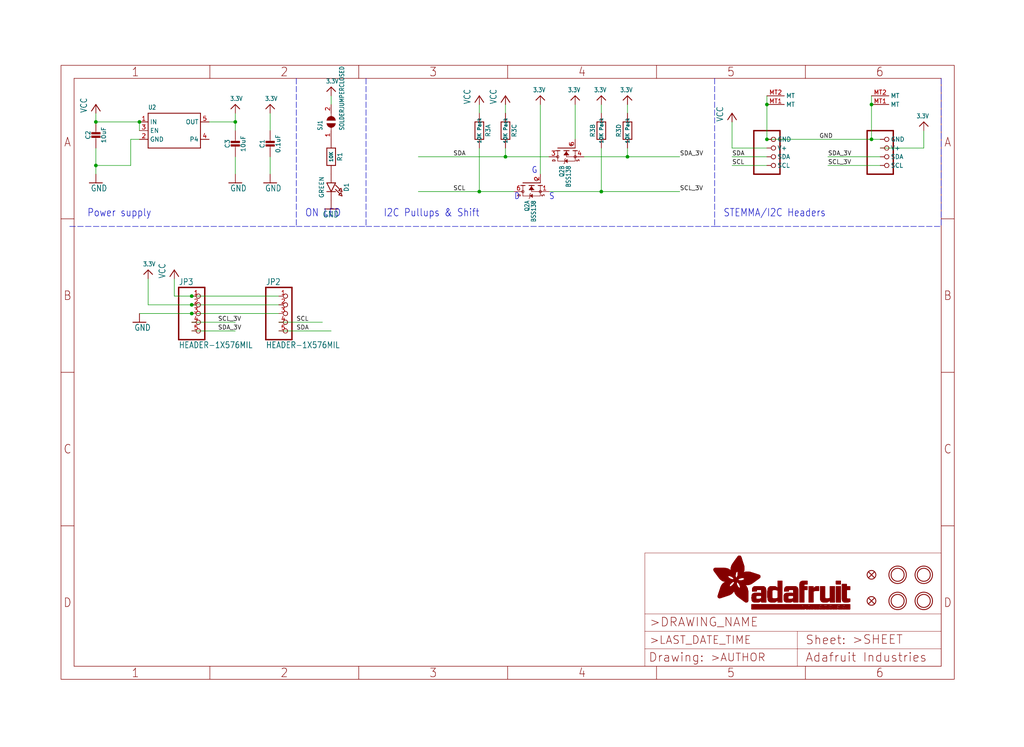
<source format=kicad_sch>
(kicad_sch (version 20211123) (generator eeschema)
  (paper "User" 298.45 217.881)
  (lib_symbols
    (symbol "eagleSchem-eagle-import:3.3V" (power)
      (property "Value" "3.3V" (at -1.524 1.016 0))
      (symbol "3.3V_1_0"
        (pin power_in line (at 0 -2.54 90) (length 2.54) (name "3.3V") (number "1"))
      )
    )
    (symbol "eagleSchem-eagle-import:CAP_CERAMIC0603_NO"
      (property "Reference" "C" (at -2.29 1.25 90))
      (property "Value" "CAP_CERAMIC0603_NO" (at 2.3 1.25 90))
      (symbol "CAP_CERAMIC0603_NO_1_0"
        (pin passive line (at 0 5.08 270) (length 2.54) (name "1") (number "1"))
        (pin passive line (at 0 -2.54 90) (length 2.54) (name "2") (number "2"))
      )
    )
    (symbol "eagleSchem-eagle-import:CAP_CERAMIC0805-NOOUTLINE"
      (property "Reference" "C" (at -2.29 1.25 90))
      (property "Value" "CAP_CERAMIC0805-NOOUTLINE" (at 2.3 1.25 90))
      (symbol "CAP_CERAMIC0805-NOOUTLINE_1_0"
        (pin passive line (at 0 5.08 270) (length 2.54) (name "1") (number "1"))
        (pin passive line (at 0 -2.54 90) (length 2.54) (name "2") (number "2"))
      )
    )
    (symbol "eagleSchem-eagle-import:FIDUCIAL_1MM")
    (symbol "eagleSchem-eagle-import:FRAME_A4_ADAFRUIT"
      (symbol "FRAME_A4_ADAFRUIT_0_0"
        (text "1" (at 21.6958 1.905 0) (effects (font (size 2.54 2.286))))
        (text "1" (at 21.6958 177.165 0) (effects (font (size 2.54 2.286))))
        (text "2" (at 65.0875 1.905 0) (effects (font (size 2.54 2.286))))
        (text "2" (at 65.0875 177.165 0) (effects (font (size 2.54 2.286))))
        (text "3" (at 108.4792 1.905 0) (effects (font (size 2.54 2.286))))
        (text "3" (at 108.4792 177.165 0) (effects (font (size 2.54 2.286))))
        (text "4" (at 151.8708 1.905 0) (effects (font (size 2.54 2.286))))
        (text "4" (at 151.8708 177.165 0) (effects (font (size 2.54 2.286))))
        (text "5" (at 195.2625 1.905 0) (effects (font (size 2.54 2.286))))
        (text "5" (at 195.2625 177.165 0) (effects (font (size 2.54 2.286))))
        (text "6" (at 238.6542 1.905 0) (effects (font (size 2.54 2.286))))
        (text "6" (at 238.6542 177.165 0) (effects (font (size 2.54 2.286))))
        (text "A" (at 1.905 156.6863 0) (effects (font (size 2.54 2.286))))
        (text "A" (at 258.445 156.6863 0) (effects (font (size 2.54 2.286))))
        (text "B" (at 1.905 111.9188 0) (effects (font (size 2.54 2.286))))
        (text "B" (at 258.445 111.9188 0) (effects (font (size 2.54 2.286))))
        (text "C" (at 1.905 67.1513 0) (effects (font (size 2.54 2.286))))
        (text "C" (at 258.445 67.1513 0) (effects (font (size 2.54 2.286))))
        (text "D" (at 1.905 22.3838 0) (effects (font (size 2.54 2.286))))
        (text "D" (at 258.445 22.3838 0) (effects (font (size 2.54 2.286))))
      )
      (symbol "FRAME_A4_ADAFRUIT_1_0"
        (text ">AUTHOR" (at 189.23 5.08 0) (effects (font (size 2.286 2.286)) (justify left bottom)))
        (text ">DRAWING_NAME" (at 171.45 15.24 0) (effects (font (size 2.54 2.54)) (justify left bottom)))
        (text ">LAST_DATE_TIME" (at 171.45 10.16 0) (effects (font (size 2.286 2.286)) (justify left bottom)))
        (text ">SHEET" (at 230.505 10.16 0) (effects (font (size 2.54 2.54)) (justify left bottom)))
        (text "Adafruit Industries" (at 216.916 4.953 0) (effects (font (size 2.54 2.54)) (justify left bottom)))
        (text "Drawing:" (at 171.196 4.953 0) (effects (font (size 2.54 2.54)) (justify left bottom)))
        (text "Sheet:" (at 216.916 10.033 0) (effects (font (size 2.54 2.54)) (justify left bottom)))
      )
    )
    (symbol "eagleSchem-eagle-import:GND" (power)
      (property "Value" "GND" (at -2.54 -2.54 0))
      (symbol "GND_1_0"
        (pin power_in line (at 0 2.54 270) (length 2.54) (name "GND") (number "1"))
      )
    )
    (symbol "eagleSchem-eagle-import:HEADER-1X576MIL"
      (property "Reference" "JP" (at -6.35 8.255 0))
      (property "Value" "HEADER-1X576MIL" (at -6.35 -10.16 0))
      (symbol "HEADER-1X576MIL_1_0"
        (pin passive inverted (at -2.54 5.08 0) (length 2.54) (name "1") (number "1"))
        (pin passive inverted (at -2.54 2.54 0) (length 2.54) (name "2") (number "2"))
        (pin passive inverted (at -2.54 0 0) (length 2.54) (name "3") (number "3"))
        (pin passive inverted (at -2.54 -2.54 0) (length 2.54) (name "4") (number "4"))
        (pin passive inverted (at -2.54 -5.08 0) (length 2.54) (name "5") (number "5"))
      )
    )
    (symbol "eagleSchem-eagle-import:LED0603_NOOUTLINE"
      (property "Reference" "D" (at -1.27 4.445 0))
      (property "Value" "LED0603_NOOUTLINE" (at -1.27 -2.794 0))
      (symbol "LED0603_NOOUTLINE_1_0"
        (pin passive line (at -5.08 0 0) (length 2.54) (name "A") (number "A"))
        (pin passive line (at 2.54 0 180) (length 2.54) (name "C") (number "C"))
      )
    )
    (symbol "eagleSchem-eagle-import:MOSFET-N_DUAL"
      (property "Reference" "Q" (at 5.08 0.635 0))
      (property "Value" "MOSFET-N_DUAL" (at 5.08 -1.27 0))
      (symbol "MOSFET-N_DUAL_1_0"
        (text "D" (at 3.175 3.175 0) (effects (font (size 0.8128 0.6908)) (justify left bottom)))
        (text "G" (at -1.27 -1.905 0) (effects (font (size 0.8128 0.6908)) (justify left bottom)))
        (text "S" (at 3.175 -3.81 0) (effects (font (size 0.8128 0.6908)) (justify left bottom)))
        (pin bidirectional line (at 2.54 -5.08 90) (length 2.54) (name "S") (number "1"))
        (pin bidirectional line (at -2.54 -2.54 0) (length 2.54) (name "G") (number "2"))
        (pin bidirectional line (at 2.54 5.08 270) (length 2.54) (name "D") (number "6"))
      )
      (symbol "MOSFET-N_DUAL_2_0"
        (text "D" (at 3.175 3.175 0) (effects (font (size 0.8128 0.6908)) (justify left bottom)))
        (text "G" (at -1.27 -1.905 0) (effects (font (size 0.8128 0.6908)) (justify left bottom)))
        (text "S" (at 3.175 -3.81 0) (effects (font (size 0.8128 0.6908)) (justify left bottom)))
        (pin bidirectional line (at 2.54 5.08 270) (length 2.54) (name "D") (number "3"))
        (pin bidirectional line (at 2.54 -5.08 90) (length 2.54) (name "S") (number "4"))
        (pin bidirectional line (at -2.54 -2.54 0) (length 2.54) (name "G") (number "5"))
      )
    )
    (symbol "eagleSchem-eagle-import:MOUNTINGHOLE2.5")
    (symbol "eagleSchem-eagle-import:RESISTOR_0603_NOOUT"
      (property "Reference" "R" (at 0 2.54 0))
      (property "Value" "RESISTOR_0603_NOOUT" (at 0 0 0))
      (symbol "RESISTOR_0603_NOOUT_1_0"
        (pin passive line (at -5.08 0 0) (length 2.54) (name "1") (number "1"))
        (pin passive line (at 5.08 0 180) (length 2.54) (name "2") (number "2"))
      )
    )
    (symbol "eagleSchem-eagle-import:RESISTOR_4PACK"
      (property "Reference" "R" (at 0 2.54 0))
      (property "Value" "RESISTOR_4PACK" (at 0 0 0))
      (symbol "RESISTOR_4PACK_1_0"
        (pin passive line (at -5.08 0 0) (length 2.54) (name "1") (number "1"))
        (pin passive line (at 5.08 0 180) (length 2.54) (name "2") (number "8"))
      )
      (symbol "RESISTOR_4PACK_2_0"
        (pin passive line (at -5.08 0 0) (length 2.54) (name "1") (number "2"))
        (pin passive line (at 5.08 0 180) (length 2.54) (name "2") (number "7"))
      )
      (symbol "RESISTOR_4PACK_3_0"
        (pin passive line (at -5.08 0 0) (length 2.54) (name "1") (number "3"))
        (pin passive line (at 5.08 0 180) (length 2.54) (name "2") (number "6"))
      )
      (symbol "RESISTOR_4PACK_4_0"
        (pin passive line (at -5.08 0 0) (length 2.54) (name "1") (number "4"))
        (pin passive line (at 5.08 0 180) (length 2.54) (name "2") (number "5"))
      )
    )
    (symbol "eagleSchem-eagle-import:SOLDERJUMPERCLOSED"
      (property "Reference" "SJ" (at -2.54 2.54 0))
      (property "Value" "SOLDERJUMPERCLOSED" (at -2.54 -3.81 0))
      (symbol "SOLDERJUMPERCLOSED_1_0"
        (pin passive line (at -5.08 0 0) (length 2.54) (name "1") (number "1"))
        (pin passive line (at 5.08 0 180) (length 2.54) (name "2") (number "2"))
      )
    )
    (symbol "eagleSchem-eagle-import:STEMMA_I2C_QT"
      (symbol "STEMMA_I2C_QT_1_0"
        (pin passive inverted (at 0 5.08 0) (length 2.54) (name "GND") (number "1"))
        (pin passive inverted (at 0 2.54 0) (length 2.54) (name "V+") (number "2"))
        (pin passive inverted (at 0 0 0) (length 2.54) (name "SDA") (number "3"))
        (pin passive inverted (at 0 -2.54 0) (length 2.54) (name "SCL") (number "4"))
      )
      (symbol "STEMMA_I2C_QT_2_0"
        (pin bidirectional line (at 0 0 0) (length 5.08) (name "MT") (number "MT1"))
      )
      (symbol "STEMMA_I2C_QT_3_0"
        (pin bidirectional line (at 0 0 0) (length 5.08) (name "MT") (number "MT2"))
      )
    )
    (symbol "eagleSchem-eagle-import:VCC" (power)
      (property "Value" "VCC" (at -2.54 -2.54 90))
      (symbol "VCC_1_0"
        (pin power_in line (at 0 -2.54 90) (length 2.54) (name "VCC") (number "1"))
      )
    )
    (symbol "eagleSchem-eagle-import:VREG_SOT23-5"
      (property "Reference" "U" (at -7.62 6.096 0))
      (property "Value" "VREG_SOT23-5" (at -7.62 -7.62 0))
      (symbol "VREG_SOT23-5_1_0"
        (pin power_in line (at -10.16 2.54 0) (length 2.54) (name "IN") (number "1"))
        (pin power_in line (at -10.16 -2.54 0) (length 2.54) (name "GND") (number "2"))
        (pin input line (at -10.16 0 0) (length 2.54) (name "EN") (number "3"))
        (pin bidirectional line (at 10.16 -2.54 180) (length 2.54) (name "P4") (number "4"))
        (pin power_in line (at 10.16 2.54 180) (length 2.54) (name "OUT") (number "5"))
      )
    )
  )
  (junction (at 27.94 35.56))
  (junction (at 175.26 55.88))
  (junction (at 55.88 88.9))
  (junction (at 55.88 91.44))
  (junction (at 68.58 35.56))
  (junction (at 223.52 40.64))
  (junction (at 182.88 45.72))
  (junction (at 223.52 30.48))
  (junction (at 254 30.48))
  (junction (at 254 40.64))
  (junction (at 27.94 48.26))
  (junction (at 40.64 35.56))
  (junction (at 139.7 55.88))
  (junction (at 55.88 86.36))
  (junction (at 147.32 45.72))
  (wire (pts (xy 160.02 55.88) (xy 175.26 55.88)))
  (wire (pts (xy 241.3 48.26) (xy 256.54 48.26)))
  (wire (pts (xy 81.28 93.98) (xy 93.98 93.98)))
  (wire (pts (xy 68.58 96.52) (xy 55.88 96.52)))
  (polyline (pts (xy 86.36 66.04) (xy 106.68 66.04)))
  (wire (pts (xy 27.94 48.26) (xy 27.94 50.8)))
  (wire (pts (xy 269.24 43.18) (xy 269.24 38.1)))
  (wire (pts (xy 50.8 86.36) (xy 50.8 81.28)))
  (wire (pts (xy 43.18 88.9) (xy 43.18 81.28)))
  (wire (pts (xy 55.88 86.36) (xy 50.8 86.36)))
  (wire (pts (xy 170.18 45.72) (xy 182.88 45.72)))
  (wire (pts (xy 254 40.64) (xy 223.52 40.64)))
  (wire (pts (xy 147.32 45.72) (xy 121.92 45.72)))
  (wire (pts (xy 256.54 43.18) (xy 269.24 43.18)))
  (wire (pts (xy 182.88 33.02) (xy 182.88 30.48)))
  (wire (pts (xy 40.64 40.64) (xy 38.1 40.64)))
  (wire (pts (xy 60.96 35.56) (xy 68.58 35.56)))
  (wire (pts (xy 256.54 40.64) (xy 254 40.64)))
  (wire (pts (xy 55.88 88.9) (xy 81.28 88.9)))
  (wire (pts (xy 55.88 91.44) (xy 40.64 91.44)))
  (polyline (pts (xy 274.32 22.86) (xy 274.32 66.04)))
  (wire (pts (xy 223.52 43.18) (xy 213.36 43.18)))
  (wire (pts (xy 68.58 35.56) (xy 68.58 33.02)))
  (wire (pts (xy 182.88 43.18) (xy 182.88 45.72)))
  (polyline (pts (xy 20.32 66.04) (xy 86.36 66.04)))
  (polyline (pts (xy 208.28 22.86) (xy 208.28 66.04)))
  (wire (pts (xy 147.32 43.18) (xy 147.32 45.72)))
  (wire (pts (xy 78.74 33.02) (xy 78.74 38.1)))
  (polyline (pts (xy 208.28 66.04) (xy 274.32 66.04)))
  (polyline (pts (xy 86.36 22.86) (xy 86.36 66.04)))
  (wire (pts (xy 38.1 48.26) (xy 27.94 48.26)))
  (wire (pts (xy 254 30.48) (xy 254 40.64)))
  (wire (pts (xy 96.52 30.48) (xy 96.52 27.94)))
  (wire (pts (xy 27.94 33.02) (xy 27.94 35.56)))
  (wire (pts (xy 149.86 55.88) (xy 139.7 55.88)))
  (wire (pts (xy 68.58 35.56) (xy 68.58 38.1)))
  (wire (pts (xy 213.36 43.18) (xy 213.36 35.56)))
  (wire (pts (xy 55.88 88.9) (xy 43.18 88.9)))
  (wire (pts (xy 68.58 45.72) (xy 68.58 50.8)))
  (wire (pts (xy 223.52 27.94) (xy 223.52 30.48)))
  (wire (pts (xy 160.02 45.72) (xy 147.32 45.72)))
  (wire (pts (xy 139.7 55.88) (xy 121.92 55.88)))
  (wire (pts (xy 254 27.94) (xy 254 30.48)))
  (wire (pts (xy 55.88 91.44) (xy 81.28 91.44)))
  (wire (pts (xy 213.36 48.26) (xy 223.52 48.26)))
  (wire (pts (xy 256.54 45.72) (xy 241.3 45.72)))
  (wire (pts (xy 55.88 86.36) (xy 81.28 86.36)))
  (wire (pts (xy 175.26 43.18) (xy 175.26 55.88)))
  (wire (pts (xy 38.1 40.64) (xy 38.1 48.26)))
  (wire (pts (xy 55.88 93.98) (xy 68.58 93.98)))
  (wire (pts (xy 175.26 55.88) (xy 198.12 55.88)))
  (wire (pts (xy 175.26 33.02) (xy 175.26 30.48)))
  (wire (pts (xy 182.88 45.72) (xy 198.12 45.72)))
  (wire (pts (xy 139.7 43.18) (xy 139.7 55.88)))
  (wire (pts (xy 147.32 33.02) (xy 147.32 30.48)))
  (polyline (pts (xy 106.68 66.04) (xy 208.28 66.04)))
  (wire (pts (xy 167.64 40.64) (xy 167.64 30.48)))
  (wire (pts (xy 40.64 38.1) (xy 40.64 35.56)))
  (wire (pts (xy 223.52 45.72) (xy 213.36 45.72)))
  (polyline (pts (xy 106.68 22.86) (xy 106.68 66.04)))
  (wire (pts (xy 78.74 45.72) (xy 78.74 50.8)))
  (wire (pts (xy 40.64 35.56) (xy 27.94 35.56)))
  (wire (pts (xy 157.48 50.8) (xy 157.48 30.48)))
  (wire (pts (xy 81.28 96.52) (xy 96.52 96.52)))
  (wire (pts (xy 223.52 30.48) (xy 223.52 40.64)))
  (wire (pts (xy 27.94 48.26) (xy 27.94 43.18)))
  (wire (pts (xy 139.7 30.48) (xy 139.7 33.02)))
  (text "STEMMA/I2C Headers" (at 210.82 63.5 180) (effects (font (size 2.1844 1.8567)) (justify left bottom)))
  (text "ON LED" (at 88.9 63.5 180) (effects (font (size 2.1844 1.8567)) (justify left bottom)))
  (text "Power supply" (at 25.4 63.5 180) (effects (font (size 2.1844 1.8567)) (justify left bottom)))
  (text "I2C Pullups & Shift" (at 111.76 63.5 180) (effects (font (size 2.1844 1.8567)) (justify left bottom)))
  (text "G" (at 154.94 50.8 180) (effects (font (size 1.778 1.5113)) (justify left bottom)))
  (text "D" (at 149.86 58.42 180) (effects (font (size 1.778 1.5113)) (justify left bottom)))
  (text "S" (at 160.02 58.42 180) (effects (font (size 1.778 1.5113)) (justify left bottom)))
  (label "SCL_3V" (at 198.12 55.88 0) (effects (font (size 1.2446 1.2446))))
  (label "SDA_3V" (at 198.12 45.72 0) (effects (font (size 1.2446 1.2446))))
  (label "SCL" (at 132.08 55.88 0) (effects (font (size 1.2446 1.2446))))
  (label "SDA_3V" (at 63.5 96.52 0) (effects (font (size 1.2446 1.2446))))
  (label "GND" (at 238.76 40.64 0) (effects (font (size 1.2446 1.2446))))
  (label "SCL_3V" (at 241.3 48.26 0) (effects (font (size 1.2446 1.2446))))
  (label "SDA" (at 213.36 45.72 0) (effects (font (size 1.2446 1.2446))))
  (label "SCL" (at 213.36 48.26 0) (effects (font (size 1.2446 1.2446))))
  (label "SDA_3V" (at 241.3 45.72 0) (effects (font (size 1.2446 1.2446))))
  (label "SCL" (at 86.36 93.98 0) (effects (font (size 1.2446 1.2446))))
  (label "SDA" (at 86.36 96.52 0) (effects (font (size 1.2446 1.2446))))
  (label "SCL_3V" (at 63.5 93.98 0) (effects (font (size 1.2446 1.2446))))
  (label "SDA" (at 132.08 45.72 0) (effects (font (size 1.2446 1.2446))))
  (symbol (lib_id "eagleSchem-eagle-import:GND") (at 40.64 93.98 0) (unit 1)
    (property "Reference" "#U$10" (effects hide))
    (property "Value" "GND" (at 39.116 96.52 0) (effects (font (size 1.778 1.5113)) (justify left bottom)))
    (property "Footprint" "eagleSchem:" (effects hide))
  )
  (symbol (lib_id "eagleSchem-eagle-import:STEMMA_I2C_QT") (at 254 30.48 0) (unit 2)
    (property "Reference" "CONN4" (effects hide))
    (property "Value" "STEMMA_I2C_QT" (effects hide))
    (property "Footprint" "eagleSchem:JST_SH4" (effects hide))
  )
  (symbol (lib_id "eagleSchem-eagle-import:VCC") (at 147.32 27.94 0) (unit 1)
    (property "Reference" "#P+2" (effects hide))
    (property "Value" "VCC" (at 144.78 30.48 90) (effects (font (size 1.778 1.5113)) (justify left bottom)))
    (property "Footprint" "eagleSchem:" (effects hide))
  )
  (symbol (lib_id "eagleSchem-eagle-import:CAP_CERAMIC0603_NO") (at 78.74 43.18 0) (unit 1)
    (property "Reference" "C1" (at 76.45 41.93 90))
    (property "Value" "0.1uF" (at 81.04 41.93 90))
    (property "Footprint" "eagleSchem:0603-NO" (effects hide))
  )
  (symbol (lib_id "eagleSchem-eagle-import:MOUNTINGHOLE2.5") (at 269.24 167.64 0) (unit 1)
    (property "Reference" "U$19" (effects hide))
    (property "Value" "MOUNTINGHOLE2.5" (effects hide))
    (property "Footprint" "eagleSchem:MOUNTINGHOLE_2.5_PLATED" (effects hide))
  )
  (symbol (lib_id "eagleSchem-eagle-import:VCC") (at 27.94 30.48 0) (unit 1)
    (property "Reference" "#P+3" (effects hide))
    (property "Value" "VCC" (at 25.4 33.02 90) (effects (font (size 1.778 1.5113)) (justify left bottom)))
    (property "Footprint" "eagleSchem:" (effects hide))
  )
  (symbol (lib_id "eagleSchem-eagle-import:HEADER-1X576MIL") (at 83.82 91.44 0) (unit 1)
    (property "Reference" "JP2" (at 77.47 83.185 0) (effects (font (size 1.778 1.5113)) (justify left bottom)))
    (property "Value" "HEADER-1X576MIL" (at 77.47 101.6 0) (effects (font (size 1.778 1.5113)) (justify left bottom)))
    (property "Footprint" "eagleSchem:1X05_ROUND_76" (effects hide))
  )
  (symbol (lib_id "eagleSchem-eagle-import:VREG_SOT23-5") (at 50.8 38.1 0) (unit 1)
    (property "Reference" "U2" (at 43.18 32.004 0) (effects (font (size 1.27 1.0795)) (justify left bottom)))
    (property "Value" "RT9080/AP2112K-3.3" (at 43.18 45.72 0) (effects (font (size 1.27 1.0795)) (justify left bottom)))
    (property "Footprint" "eagleSchem:SOT23-5" (effects hide))
    (property "Value" "RT9080/AP2112K-3.3" (effects hide))
  )
  (symbol (lib_id "eagleSchem-eagle-import:MOUNTINGHOLE2.5") (at 261.62 175.26 0) (unit 1)
    (property "Reference" "U$1" (effects hide))
    (property "Value" "MOUNTINGHOLE2.5" (effects hide))
    (property "Footprint" "eagleSchem:MOUNTINGHOLE_2.5_PLATED" (effects hide))
  )
  (symbol (lib_id "eagleSchem-eagle-import:MOSFET-N_DUAL") (at 154.94 53.34 90) (mirror x) (unit 1)
    (property "Reference" "Q2" (at 154.305 58.42 0) (effects (font (size 1.27 1.0795)) (justify left bottom)))
    (property "Value" "BSS138" (at 156.21 58.42 0) (effects (font (size 1.27 1.0795)) (justify left bottom)))
    (property "Footprint" "eagleSchem:SOT363" (effects hide))
  )
  (symbol (lib_id "eagleSchem-eagle-import:3.3V") (at 269.24 35.56 0) (mirror y) (unit 1)
    (property "Reference" "#U$4" (effects hide))
    (property "Value" "3.3V" (at 270.764 34.544 0) (effects (font (size 1.27 1.0795)) (justify left bottom)))
    (property "Footprint" "eagleSchem:" (effects hide))
  )
  (symbol (lib_id "eagleSchem-eagle-import:VCC") (at 213.36 33.02 0) (unit 1)
    (property "Reference" "#P+5" (effects hide))
    (property "Value" "VCC" (at 210.82 35.56 90) (effects (font (size 1.778 1.5113)) (justify left bottom)))
    (property "Footprint" "eagleSchem:" (effects hide))
  )
  (symbol (lib_id "eagleSchem-eagle-import:3.3V") (at 96.52 25.4 0) (unit 1)
    (property "Reference" "#U$3" (effects hide))
    (property "Value" "3.3V" (at 94.996 24.384 0) (effects (font (size 1.27 1.0795)) (justify left bottom)))
    (property "Footprint" "eagleSchem:" (effects hide))
  )
  (symbol (lib_id "eagleSchem-eagle-import:STEMMA_I2C_QT") (at 256.54 45.72 0) (unit 1)
    (property "Reference" "CONN4" (effects hide))
    (property "Value" "STEMMA_I2C_QT" (effects hide))
    (property "Footprint" "eagleSchem:JST_SH4" (effects hide))
  )
  (symbol (lib_id "eagleSchem-eagle-import:RESISTOR_4PACK") (at 182.88 38.1 90) (mirror x) (unit 4)
    (property "Reference" "R3" (at 180.34 38.1 0))
    (property "Value" "10K Pack" (at 182.88 38.1 0) (effects (font (size 1.016 1.016) bold)))
    (property "Footprint" "eagleSchem:RESPACK_4X0603" (effects hide))
  )
  (symbol (lib_id "eagleSchem-eagle-import:STEMMA_I2C_QT") (at 254 27.94 0) (unit 3)
    (property "Reference" "CONN4" (effects hide))
    (property "Value" "STEMMA_I2C_QT" (effects hide))
    (property "Footprint" "eagleSchem:JST_SH4" (effects hide))
  )
  (symbol (lib_id "eagleSchem-eagle-import:3.3V") (at 78.74 30.48 0) (unit 1)
    (property "Reference" "#U$14" (effects hide))
    (property "Value" "3.3V" (at 77.216 29.464 0) (effects (font (size 1.27 1.0795)) (justify left bottom)))
    (property "Footprint" "eagleSchem:" (effects hide))
  )
  (symbol (lib_id "eagleSchem-eagle-import:MOUNTINGHOLE2.5") (at 269.24 175.26 0) (unit 1)
    (property "Reference" "U$21" (effects hide))
    (property "Value" "MOUNTINGHOLE2.5" (effects hide))
    (property "Footprint" "eagleSchem:MOUNTINGHOLE_2.5_PLATED" (effects hide))
  )
  (symbol (lib_id "eagleSchem-eagle-import:3.3V") (at 157.48 27.94 0) (mirror y) (unit 1)
    (property "Reference" "#U$26" (effects hide))
    (property "Value" "3.3V" (at 159.004 26.924 0) (effects (font (size 1.27 1.0795)) (justify left bottom)))
    (property "Footprint" "eagleSchem:" (effects hide))
  )
  (symbol (lib_id "eagleSchem-eagle-import:RESISTOR_0603_NOOUT") (at 96.52 45.72 270) (unit 1)
    (property "Reference" "R1" (at 99.06 45.72 0))
    (property "Value" "10K" (at 96.52 45.72 0) (effects (font (size 1.016 1.016) bold)))
    (property "Footprint" "eagleSchem:0603-NO" (effects hide))
  )
  (symbol (lib_id "eagleSchem-eagle-import:VCC") (at 50.8 78.74 0) (unit 1)
    (property "Reference" "#P+4" (effects hide))
    (property "Value" "VCC" (at 48.26 81.28 90) (effects (font (size 1.778 1.5113)) (justify left bottom)))
    (property "Footprint" "eagleSchem:" (effects hide))
  )
  (symbol (lib_id "eagleSchem-eagle-import:SOLDERJUMPERCLOSED") (at 96.52 35.56 90) (unit 1)
    (property "Reference" "SJ1" (at 93.98 38.1 0) (effects (font (size 1.27 1.0795)) (justify left bottom)))
    (property "Value" "SOLDERJUMPERCLOSED" (at 100.33 38.1 0) (effects (font (size 1.27 1.0795)) (justify left bottom)))
    (property "Footprint" "eagleSchem:SOLDERJUMPER_CLOSEDWIRE" (effects hide))
  )
  (symbol (lib_id "eagleSchem-eagle-import:STEMMA_I2C_QT") (at 223.52 45.72 0) (unit 1)
    (property "Reference" "CONN3" (effects hide))
    (property "Value" "STEMMA_I2C_QT" (effects hide))
    (property "Footprint" "eagleSchem:JST_SH4" (effects hide))
  )
  (symbol (lib_id "eagleSchem-eagle-import:3.3V") (at 68.58 30.48 0) (unit 1)
    (property "Reference" "#U$15" (effects hide))
    (property "Value" "3.3V" (at 67.056 29.464 0) (effects (font (size 1.27 1.0795)) (justify left bottom)))
    (property "Footprint" "eagleSchem:" (effects hide))
  )
  (symbol (lib_id "eagleSchem-eagle-import:MOSFET-N_DUAL") (at 165.1 43.18 90) (mirror x) (unit 2)
    (property "Reference" "Q2" (at 164.465 48.26 0) (effects (font (size 1.27 1.0795)) (justify left bottom)))
    (property "Value" "BSS138" (at 166.37 48.26 0) (effects (font (size 1.27 1.0795)) (justify left bottom)))
    (property "Footprint" "eagleSchem:SOT363" (effects hide))
  )
  (symbol (lib_id "eagleSchem-eagle-import:GND") (at 68.58 53.34 0) (unit 1)
    (property "Reference" "#U$5" (effects hide))
    (property "Value" "GND" (at 67.056 55.88 0) (effects (font (size 1.778 1.5113)) (justify left bottom)))
    (property "Footprint" "eagleSchem:" (effects hide))
  )
  (symbol (lib_id "eagleSchem-eagle-import:RESISTOR_4PACK") (at 175.26 38.1 90) (mirror x) (unit 2)
    (property "Reference" "R3" (at 172.72 38.1 0))
    (property "Value" "10K Pack" (at 175.26 38.1 0) (effects (font (size 1.016 1.016) bold)))
    (property "Footprint" "eagleSchem:RESPACK_4X0603" (effects hide))
  )
  (symbol (lib_id "eagleSchem-eagle-import:STEMMA_I2C_QT") (at 223.52 30.48 0) (unit 2)
    (property "Reference" "CONN3" (effects hide))
    (property "Value" "STEMMA_I2C_QT" (effects hide))
    (property "Footprint" "eagleSchem:JST_SH4" (effects hide))
  )
  (symbol (lib_id "eagleSchem-eagle-import:CAP_CERAMIC0805-NOOUTLINE") (at 68.58 43.18 0) (unit 1)
    (property "Reference" "C3" (at 66.29 41.93 90))
    (property "Value" "10uF" (at 70.88 41.93 90))
    (property "Footprint" "eagleSchem:0805-NO" (effects hide))
  )
  (symbol (lib_id "eagleSchem-eagle-import:FIDUCIAL_1MM") (at 254 167.64 0) (unit 1)
    (property "Reference" "FID4" (effects hide))
    (property "Value" "FIDUCIAL_1MM" (effects hide))
    (property "Footprint" "eagleSchem:FIDUCIAL_1MM" (effects hide))
  )
  (symbol (lib_id "eagleSchem-eagle-import:FRAME_A4_ADAFRUIT") (at 17.78 198.12 0) (unit 1)
    (property "Reference" "#U$18" (effects hide))
    (property "Value" "FRAME_A4_ADAFRUIT" (effects hide))
    (property "Footprint" "eagleSchem:" (effects hide))
  )
  (symbol (lib_id "eagleSchem-eagle-import:3.3V") (at 167.64 27.94 0) (mirror y) (unit 1)
    (property "Reference" "#U$23" (effects hide))
    (property "Value" "3.3V" (at 169.164 26.924 0) (effects (font (size 1.27 1.0795)) (justify left bottom)))
    (property "Footprint" "eagleSchem:" (effects hide))
  )
  (symbol (lib_id "eagleSchem-eagle-import:GND") (at 78.74 53.34 0) (unit 1)
    (property "Reference" "#U$6" (effects hide))
    (property "Value" "GND" (at 77.216 55.88 0) (effects (font (size 1.778 1.5113)) (justify left bottom)))
    (property "Footprint" "eagleSchem:" (effects hide))
  )
  (symbol (lib_id "eagleSchem-eagle-import:STEMMA_I2C_QT") (at 223.52 27.94 0) (unit 3)
    (property "Reference" "CONN3" (effects hide))
    (property "Value" "STEMMA_I2C_QT" (effects hide))
    (property "Footprint" "eagleSchem:JST_SH4" (effects hide))
  )
  (symbol (lib_id "eagleSchem-eagle-import:RESISTOR_4PACK") (at 147.32 38.1 270) (unit 3)
    (property "Reference" "R3" (at 149.86 38.1 0))
    (property "Value" "10K Pack" (at 147.32 38.1 0) (effects (font (size 1.016 1.016) bold)))
    (property "Footprint" "eagleSchem:RESPACK_4X0603" (effects hide))
  )
  (symbol (lib_id "eagleSchem-eagle-import:VCC") (at 139.7 27.94 0) (unit 1)
    (property "Reference" "#P+1" (effects hide))
    (property "Value" "VCC" (at 137.16 30.48 90) (effects (font (size 1.778 1.5113)) (justify left bottom)))
    (property "Footprint" "eagleSchem:" (effects hide))
  )
  (symbol (lib_id "eagleSchem-eagle-import:HEADER-1X576MIL") (at 58.42 91.44 0) (unit 1)
    (property "Reference" "JP3" (at 52.07 83.185 0) (effects (font (size 1.778 1.5113)) (justify left bottom)))
    (property "Value" "HEADER-1X576MIL" (at 52.07 101.6 0) (effects (font (size 1.778 1.5113)) (justify left bottom)))
    (property "Footprint" "eagleSchem:1X05_ROUND_76" (effects hide))
  )
  (symbol (lib_id "eagleSchem-eagle-import:MOUNTINGHOLE2.5") (at 261.62 167.64 0) (unit 1)
    (property "Reference" "U$17" (effects hide))
    (property "Value" "MOUNTINGHOLE2.5" (effects hide))
    (property "Footprint" "eagleSchem:MOUNTINGHOLE_2.5_PLATED" (effects hide))
  )
  (symbol (lib_id "eagleSchem-eagle-import:FIDUCIAL_1MM") (at 254 175.26 0) (unit 1)
    (property "Reference" "FID3" (effects hide))
    (property "Value" "FIDUCIAL_1MM" (effects hide))
    (property "Footprint" "eagleSchem:FIDUCIAL_1MM" (effects hide))
  )
  (symbol (lib_id "eagleSchem-eagle-import:GND") (at 96.52 60.96 0) (unit 1)
    (property "Reference" "#GND6" (effects hide))
    (property "Value" "GND" (at 93.98 63.5 0) (effects (font (size 1.778 1.5113)) (justify left bottom)))
    (property "Footprint" "eagleSchem:" (effects hide))
  )
  (symbol (lib_id "eagleSchem-eagle-import:3.3V") (at 43.18 78.74 0) (unit 1)
    (property "Reference" "#U$16" (effects hide))
    (property "Value" "3.3V" (at 41.656 77.724 0) (effects (font (size 1.27 1.0795)) (justify left bottom)))
    (property "Footprint" "eagleSchem:" (effects hide))
  )
  (symbol (lib_id "eagleSchem-eagle-import:3.3V") (at 175.26 27.94 0) (mirror y) (unit 1)
    (property "Reference" "#U$24" (effects hide))
    (property "Value" "3.3V" (at 176.784 26.924 0) (effects (font (size 1.27 1.0795)) (justify left bottom)))
    (property "Footprint" "eagleSchem:" (effects hide))
  )
  (symbol (lib_id "eagleSchem-eagle-import:CAP_CERAMIC0805-NOOUTLINE") (at 27.94 40.64 0) (unit 1)
    (property "Reference" "C2" (at 25.65 39.39 90))
    (property "Value" "10uF" (at 30.24 39.39 90))
    (property "Footprint" "eagleSchem:0805-NO" (effects hide))
  )
  (symbol (lib_id "eagleSchem-eagle-import:3.3V") (at 182.88 27.94 0) (mirror y) (unit 1)
    (property "Reference" "#U$7" (effects hide))
    (property "Value" "3.3V" (at 184.404 26.924 0) (effects (font (size 1.27 1.0795)) (justify left bottom)))
    (property "Footprint" "eagleSchem:" (effects hide))
  )
  (symbol (lib_id "eagleSchem-eagle-import:LED0603_NOOUTLINE") (at 96.52 55.88 270) (unit 1)
    (property "Reference" "D1" (at 100.965 54.61 0))
    (property "Value" "GREEN" (at 93.726 54.61 0))
    (property "Footprint" "eagleSchem:CHIPLED_0603_NOOUTLINE" (effects hide))
  )
  (symbol (lib_id "eagleSchem-eagle-import:GND") (at 27.94 53.34 0) (unit 1)
    (property "Reference" "#U$13" (effects hide))
    (property "Value" "GND" (at 26.416 55.88 0) (effects (font (size 1.778 1.5113)) (justify left bottom)))
    (property "Footprint" "eagleSchem:" (effects hide))
  )
  (symbol (lib_id "eagleSchem-eagle-import:RESISTOR_4PACK") (at 139.7 38.1 270) (unit 1)
    (property "Reference" "R3" (at 142.24 38.1 0))
    (property "Value" "10K Pack" (at 139.7 38.1 0) (effects (font (size 1.016 1.016) bold)))
    (property "Footprint" "eagleSchem:RESPACK_4X0603" (effects hide))
  )
)
</source>
